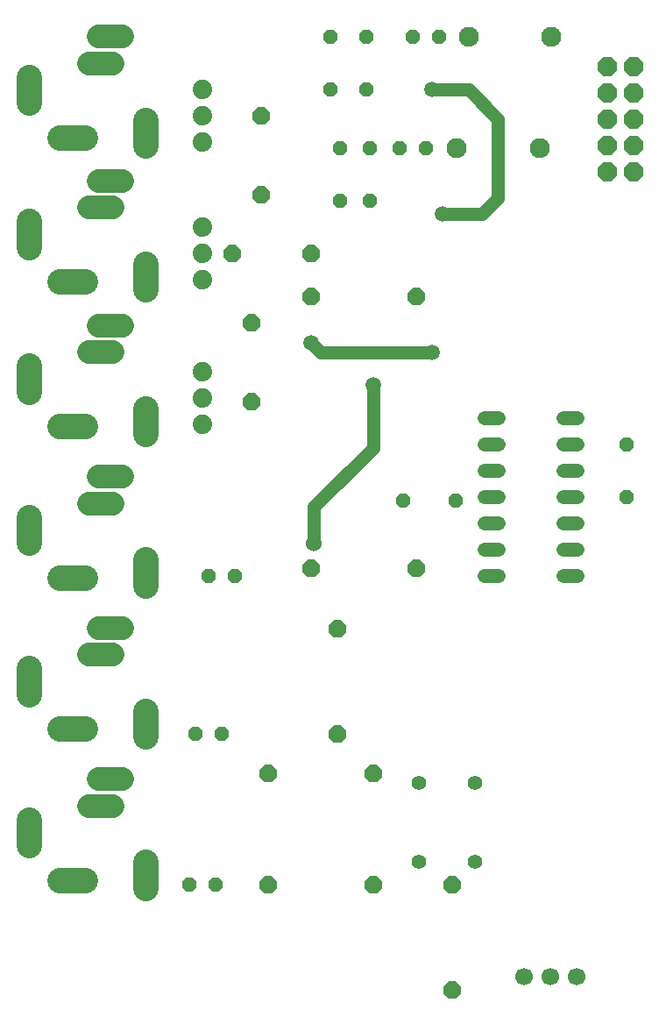
<source format=gbr>
G04 EAGLE Gerber RS-274X export*
G75*
%MOMM*%
%FSLAX34Y34*%
%LPD*%
%INTop Copper*%
%IPPOS*%
%AMOC8*
5,1,8,0,0,1.08239X$1,22.5*%
G01*
G04 Define Apertures*
%ADD10P,1.42962X8X292.5*%
%ADD11P,1.42962X8X112.5*%
%ADD12P,1.42962X8X202.5*%
%ADD13C,1.408000*%
%ADD14C,1.930400*%
%ADD15C,1.320800*%
%ADD16C,2.476500*%
%ADD17C,2.286000*%
%ADD18P,2.03446X8X292.5*%
%ADD19P,1.81452X8X292.5*%
%ADD20P,1.81452X8X22.5*%
%ADD21P,1.42962X8X22.5*%
%ADD22P,1.81452X8X112.5*%
%ADD23C,1.700000*%
%ADD24P,1.81452X8X202.5*%
%ADD25C,1.879600*%
%ADD26C,1.500000*%
%ADD27C,1.270000*%
%ADD28C,1.524000*%
D10*
X444500Y1022350D03*
X444500Y971550D03*
D11*
X447675Y863600D03*
X447675Y914400D03*
D10*
X409575Y1022350D03*
X409575Y971550D03*
D11*
X419100Y863600D03*
X419100Y914400D03*
D12*
X530225Y574675D03*
X479425Y574675D03*
D10*
X695325Y628650D03*
X695325Y577850D03*
D13*
X495300Y301625D03*
X495300Y225425D03*
X549275Y225425D03*
X549275Y301625D03*
D14*
X622862Y1022350D03*
X542862Y1022350D03*
X531500Y914400D03*
X611500Y914400D03*
D15*
X571754Y654050D02*
X558546Y654050D01*
X558546Y628650D02*
X571754Y628650D01*
X571754Y501650D02*
X558546Y501650D01*
X634746Y501650D02*
X647954Y501650D01*
X571754Y603250D02*
X558546Y603250D01*
X558546Y577850D02*
X571754Y577850D01*
X571754Y527050D02*
X558546Y527050D01*
X558546Y552450D02*
X571754Y552450D01*
X634746Y527050D02*
X647954Y527050D01*
X647954Y552450D02*
X634746Y552450D01*
X634746Y577850D02*
X647954Y577850D01*
X647954Y603250D02*
X634746Y603250D01*
X634746Y628650D02*
X647954Y628650D01*
X647954Y654050D02*
X634746Y654050D01*
D16*
X117793Y958479D02*
X117793Y983244D01*
D17*
X175360Y996861D02*
X198220Y996861D01*
D16*
X230788Y942242D02*
X230788Y917477D01*
X172173Y924862D02*
X147408Y924862D01*
D17*
X185360Y1022860D02*
X208220Y1022860D01*
D18*
X676582Y993468D03*
X701982Y993468D03*
X676582Y968068D03*
X701982Y968068D03*
X676582Y942668D03*
X701982Y942668D03*
X676582Y917268D03*
X701982Y917268D03*
X676582Y891868D03*
X701982Y891868D03*
D16*
X117793Y844233D02*
X117793Y819468D01*
D17*
X175360Y857850D02*
X198220Y857850D01*
D16*
X230788Y803231D02*
X230788Y778466D01*
X172173Y785851D02*
X147408Y785851D01*
D17*
X185360Y883849D02*
X208220Y883849D01*
D16*
X117793Y704533D02*
X117793Y679768D01*
D17*
X175360Y718150D02*
X198220Y718150D01*
D16*
X230788Y663531D02*
X230788Y638766D01*
X172173Y646151D02*
X147408Y646151D01*
D17*
X185360Y744149D02*
X208220Y744149D01*
D16*
X117793Y558483D02*
X117793Y533718D01*
D17*
X175360Y572100D02*
X198220Y572100D01*
D16*
X230788Y517481D02*
X230788Y492716D01*
X172173Y500101D02*
X147408Y500101D01*
D17*
X185360Y598099D02*
X208220Y598099D01*
D16*
X117793Y412433D02*
X117793Y387668D01*
D17*
X175360Y426050D02*
X198220Y426050D01*
D16*
X230788Y371431D02*
X230788Y346666D01*
X172173Y354051D02*
X147408Y354051D01*
D17*
X185360Y452049D02*
X208220Y452049D01*
D16*
X117793Y266383D02*
X117793Y241618D01*
D17*
X175360Y280000D02*
X198220Y280000D01*
D16*
X230788Y225381D02*
X230788Y200616D01*
X172173Y208001D02*
X147408Y208001D01*
D17*
X185360Y305999D02*
X208220Y305999D01*
D19*
X342900Y946150D03*
X342900Y869950D03*
D20*
X349250Y203200D03*
X450850Y203200D03*
D19*
X527050Y203200D03*
X527050Y101600D03*
D21*
X273050Y203200D03*
X298450Y203200D03*
D20*
X314325Y812800D03*
X390525Y812800D03*
D22*
X333375Y669925D03*
X333375Y746125D03*
D12*
X514350Y1022350D03*
X488950Y1022350D03*
X501650Y914400D03*
X476250Y914400D03*
D23*
X647700Y114300D03*
X622300Y114300D03*
X596900Y114300D03*
D24*
X492125Y771525D03*
X390525Y771525D03*
X492748Y509651D03*
X391148Y509651D03*
D22*
X415925Y349250D03*
X415925Y450850D03*
D24*
X450850Y311150D03*
X349250Y311150D03*
D21*
X292100Y501650D03*
X317500Y501650D03*
X279400Y349250D03*
X304800Y349250D03*
D25*
X285750Y698500D03*
X285750Y673100D03*
X285750Y647700D03*
X285750Y838200D03*
X285750Y812800D03*
X285750Y787400D03*
X285750Y971550D03*
X285750Y946150D03*
X285750Y920750D03*
D26*
X508000Y717550D03*
D27*
X400050Y717550D01*
X390525Y727075D01*
D26*
X390525Y727075D03*
X450850Y685800D03*
D27*
X450850Y625475D01*
X393700Y568325D01*
D28*
X393700Y533344D03*
D27*
X393700Y568325D01*
D26*
X508000Y971550D03*
D27*
X542925Y971550D01*
X571500Y942975D01*
X571500Y866775D01*
X555625Y850900D01*
X517525Y850900D01*
D26*
X517525Y850900D03*
M02*

</source>
